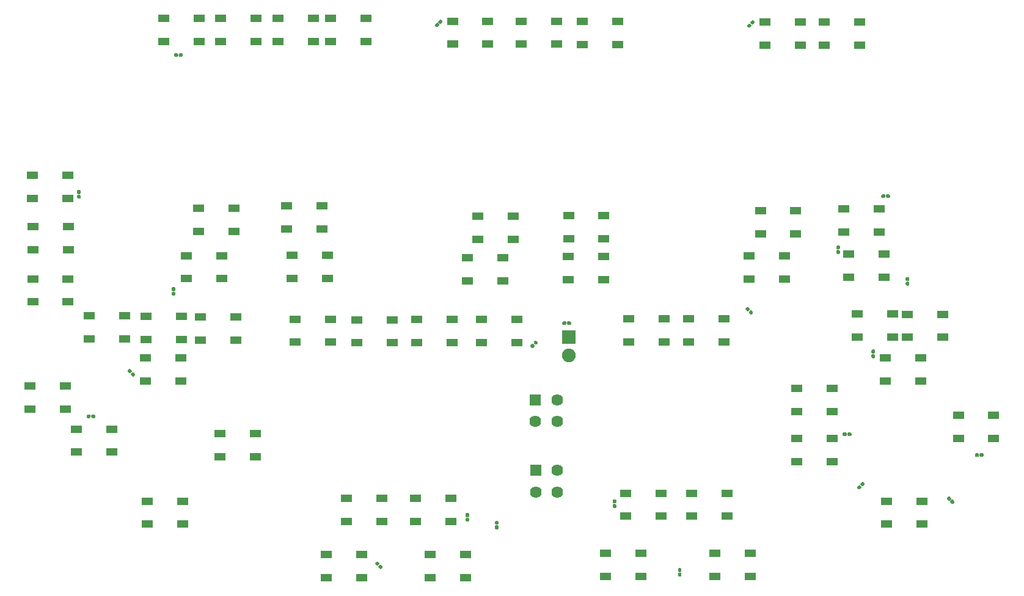
<source format=gbr>
%TF.GenerationSoftware,KiCad,Pcbnew,(5.1.6)-1*%
%TF.CreationDate,2020-11-25T10:01:43+11:00*%
%TF.ProjectId,INTR LT Panel PCB V1,494e5452-204c-4542-9050-616e656c2050,rev?*%
%TF.SameCoordinates,Original*%
%TF.FileFunction,Soldermask,Top*%
%TF.FilePolarity,Negative*%
%FSLAX46Y46*%
G04 Gerber Fmt 4.6, Leading zero omitted, Abs format (unit mm)*
G04 Created by KiCad (PCBNEW (5.1.6)-1) date 2020-11-25 10:01:43*
%MOMM*%
%LPD*%
G01*
G04 APERTURE LIST*
%ADD10R,1.600000X1.100000*%
%ADD11C,1.620000*%
%ADD12R,1.620000X1.620000*%
%ADD13C,1.900000*%
%ADD14R,1.900000X1.900000*%
G04 APERTURE END LIST*
%TO.C,C23*%
G36*
G01*
X163472400Y-85700200D02*
X163222400Y-85700200D01*
G75*
G02*
X163097400Y-85575200I0J125000D01*
G01*
X163097400Y-85265200D01*
G75*
G02*
X163222400Y-85140200I125000J0D01*
G01*
X163472400Y-85140200D01*
G75*
G02*
X163597400Y-85265200I0J-125000D01*
G01*
X163597400Y-85575200D01*
G75*
G02*
X163472400Y-85700200I-125000J0D01*
G01*
G37*
G36*
G01*
X163472400Y-86340200D02*
X163222400Y-86340200D01*
G75*
G02*
X163097400Y-86215200I0J125000D01*
G01*
X163097400Y-85905200D01*
G75*
G02*
X163222400Y-85780200I125000J0D01*
G01*
X163472400Y-85780200D01*
G75*
G02*
X163597400Y-85905200I0J-125000D01*
G01*
X163597400Y-86215200D01*
G75*
G02*
X163472400Y-86340200I-125000J0D01*
G01*
G37*
%TD*%
%TO.C,C22*%
G36*
G01*
X160339400Y-74064400D02*
X160339400Y-73814400D01*
G75*
G02*
X160464400Y-73689400I125000J0D01*
G01*
X160774400Y-73689400D01*
G75*
G02*
X160899400Y-73814400I0J-125000D01*
G01*
X160899400Y-74064400D01*
G75*
G02*
X160774400Y-74189400I-125000J0D01*
G01*
X160464400Y-74189400D01*
G75*
G02*
X160339400Y-74064400I0J125000D01*
G01*
G37*
G36*
G01*
X159699400Y-74064400D02*
X159699400Y-73814400D01*
G75*
G02*
X159824400Y-73689400I125000J0D01*
G01*
X160134400Y-73689400D01*
G75*
G02*
X160259400Y-73814400I0J-125000D01*
G01*
X160259400Y-74064400D01*
G75*
G02*
X160134400Y-74189400I-125000J0D01*
G01*
X159824400Y-74189400D01*
G75*
G02*
X159699400Y-74064400I0J125000D01*
G01*
G37*
%TD*%
%TO.C,C21*%
G36*
G01*
X158722600Y-95758600D02*
X158472600Y-95758600D01*
G75*
G02*
X158347600Y-95633600I0J125000D01*
G01*
X158347600Y-95323600D01*
G75*
G02*
X158472600Y-95198600I125000J0D01*
G01*
X158722600Y-95198600D01*
G75*
G02*
X158847600Y-95323600I0J-125000D01*
G01*
X158847600Y-95633600D01*
G75*
G02*
X158722600Y-95758600I-125000J0D01*
G01*
G37*
G36*
G01*
X158722600Y-96398600D02*
X158472600Y-96398600D01*
G75*
G02*
X158347600Y-96273600I0J125000D01*
G01*
X158347600Y-95963600D01*
G75*
G02*
X158472600Y-95838600I125000J0D01*
G01*
X158722600Y-95838600D01*
G75*
G02*
X158847600Y-95963600I0J-125000D01*
G01*
X158847600Y-96273600D01*
G75*
G02*
X158722600Y-96398600I-125000J0D01*
G01*
G37*
%TD*%
%TO.C,C20*%
G36*
G01*
X173318800Y-109954600D02*
X173318800Y-109704600D01*
G75*
G02*
X173443800Y-109579600I125000J0D01*
G01*
X173753800Y-109579600D01*
G75*
G02*
X173878800Y-109704600I0J-125000D01*
G01*
X173878800Y-109954600D01*
G75*
G02*
X173753800Y-110079600I-125000J0D01*
G01*
X173443800Y-110079600D01*
G75*
G02*
X173318800Y-109954600I0J125000D01*
G01*
G37*
G36*
G01*
X172678800Y-109954600D02*
X172678800Y-109704600D01*
G75*
G02*
X172803800Y-109579600I125000J0D01*
G01*
X173113800Y-109579600D01*
G75*
G02*
X173238800Y-109704600I0J-125000D01*
G01*
X173238800Y-109954600D01*
G75*
G02*
X173113800Y-110079600I-125000J0D01*
G01*
X172803800Y-110079600D01*
G75*
G02*
X172678800Y-109954600I0J125000D01*
G01*
G37*
%TD*%
%TO.C,C19*%
G36*
G01*
X154925400Y-106809000D02*
X154925400Y-107059000D01*
G75*
G02*
X154800400Y-107184000I-125000J0D01*
G01*
X154490400Y-107184000D01*
G75*
G02*
X154365400Y-107059000I0J125000D01*
G01*
X154365400Y-106809000D01*
G75*
G02*
X154490400Y-106684000I125000J0D01*
G01*
X154800400Y-106684000D01*
G75*
G02*
X154925400Y-106809000I0J-125000D01*
G01*
G37*
G36*
G01*
X155565400Y-106809000D02*
X155565400Y-107059000D01*
G75*
G02*
X155440400Y-107184000I-125000J0D01*
G01*
X155130400Y-107184000D01*
G75*
G02*
X155005400Y-107059000I0J125000D01*
G01*
X155005400Y-106809000D01*
G75*
G02*
X155130400Y-106684000I125000J0D01*
G01*
X155440400Y-106684000D01*
G75*
G02*
X155565400Y-106809000I0J-125000D01*
G01*
G37*
%TD*%
%TO.C,C18*%
G36*
G01*
X156776802Y-114013622D02*
X156953578Y-114190399D01*
G75*
G02*
X156953578Y-114367175I-88388J-88388D01*
G01*
X156734375Y-114586378D01*
G75*
G02*
X156557599Y-114586378I-88388J88388D01*
G01*
X156380822Y-114409601D01*
G75*
G02*
X156380822Y-114232825I88388J88388D01*
G01*
X156600025Y-114013622D01*
G75*
G02*
X156776801Y-114013622I88388J-88388D01*
G01*
G37*
G36*
G01*
X157229350Y-113561074D02*
X157406126Y-113737851D01*
G75*
G02*
X157406126Y-113914627I-88388J-88388D01*
G01*
X157186923Y-114133830D01*
G75*
G02*
X157010147Y-114133830I-88388J88388D01*
G01*
X156833370Y-113957053D01*
G75*
G02*
X156833370Y-113780277I88388J88388D01*
G01*
X157052573Y-113561074D01*
G75*
G02*
X157229349Y-113561074I88388J-88388D01*
G01*
G37*
%TD*%
%TO.C,C17*%
G36*
G01*
X169256296Y-116194672D02*
X169433073Y-116017896D01*
G75*
G02*
X169609849Y-116017896I88388J-88388D01*
G01*
X169829052Y-116237099D01*
G75*
G02*
X169829052Y-116413875I-88388J-88388D01*
G01*
X169652275Y-116590652D01*
G75*
G02*
X169475499Y-116590652I-88388J88388D01*
G01*
X169256296Y-116371449D01*
G75*
G02*
X169256296Y-116194673I88388J88388D01*
G01*
G37*
G36*
G01*
X168803748Y-115742124D02*
X168980525Y-115565348D01*
G75*
G02*
X169157301Y-115565348I88388J-88388D01*
G01*
X169376504Y-115784551D01*
G75*
G02*
X169376504Y-115961327I-88388J-88388D01*
G01*
X169199727Y-116138104D01*
G75*
G02*
X169022951Y-116138104I-88388J88388D01*
G01*
X168803748Y-115918901D01*
G75*
G02*
X168803748Y-115742125I88388J88388D01*
G01*
G37*
%TD*%
%TO.C,C16*%
G36*
G01*
X106551000Y-119482200D02*
X106301000Y-119482200D01*
G75*
G02*
X106176000Y-119357200I0J125000D01*
G01*
X106176000Y-119047200D01*
G75*
G02*
X106301000Y-118922200I125000J0D01*
G01*
X106551000Y-118922200D01*
G75*
G02*
X106676000Y-119047200I0J-125000D01*
G01*
X106676000Y-119357200D01*
G75*
G02*
X106551000Y-119482200I-125000J0D01*
G01*
G37*
G36*
G01*
X106551000Y-120122200D02*
X106301000Y-120122200D01*
G75*
G02*
X106176000Y-119997200I0J125000D01*
G01*
X106176000Y-119687200D01*
G75*
G02*
X106301000Y-119562200I125000J0D01*
G01*
X106551000Y-119562200D01*
G75*
G02*
X106676000Y-119687200I0J-125000D01*
G01*
X106676000Y-119997200D01*
G75*
G02*
X106551000Y-120122200I-125000J0D01*
G01*
G37*
%TD*%
%TO.C,C15*%
G36*
G01*
X131650200Y-126125600D02*
X131900200Y-126125600D01*
G75*
G02*
X132025200Y-126250600I0J-125000D01*
G01*
X132025200Y-126560600D01*
G75*
G02*
X131900200Y-126685600I-125000J0D01*
G01*
X131650200Y-126685600D01*
G75*
G02*
X131525200Y-126560600I0J125000D01*
G01*
X131525200Y-126250600D01*
G75*
G02*
X131650200Y-126125600I125000J0D01*
G01*
G37*
G36*
G01*
X131650200Y-125485600D02*
X131900200Y-125485600D01*
G75*
G02*
X132025200Y-125610600I0J-125000D01*
G01*
X132025200Y-125920600D01*
G75*
G02*
X131900200Y-126045600I-125000J0D01*
G01*
X131650200Y-126045600D01*
G75*
G02*
X131525200Y-125920600I0J125000D01*
G01*
X131525200Y-125610600D01*
G75*
G02*
X131650200Y-125485600I125000J0D01*
G01*
G37*
%TD*%
%TO.C,C14*%
G36*
G01*
X122607800Y-116600600D02*
X122857800Y-116600600D01*
G75*
G02*
X122982800Y-116725600I0J-125000D01*
G01*
X122982800Y-117035600D01*
G75*
G02*
X122857800Y-117160600I-125000J0D01*
G01*
X122607800Y-117160600D01*
G75*
G02*
X122482800Y-117035600I0J125000D01*
G01*
X122482800Y-116725600D01*
G75*
G02*
X122607800Y-116600600I125000J0D01*
G01*
G37*
G36*
G01*
X122607800Y-115960600D02*
X122857800Y-115960600D01*
G75*
G02*
X122982800Y-116085600I0J-125000D01*
G01*
X122982800Y-116395600D01*
G75*
G02*
X122857800Y-116520600I-125000J0D01*
G01*
X122607800Y-116520600D01*
G75*
G02*
X122482800Y-116395600I0J125000D01*
G01*
X122482800Y-116085600D01*
G75*
G02*
X122607800Y-115960600I125000J0D01*
G01*
G37*
%TD*%
%TO.C,C13*%
G36*
G01*
X90008296Y-125211672D02*
X90185073Y-125034896D01*
G75*
G02*
X90361849Y-125034896I88388J-88388D01*
G01*
X90581052Y-125254099D01*
G75*
G02*
X90581052Y-125430875I-88388J-88388D01*
G01*
X90404275Y-125607652D01*
G75*
G02*
X90227499Y-125607652I-88388J88388D01*
G01*
X90008296Y-125388449D01*
G75*
G02*
X90008296Y-125211673I88388J88388D01*
G01*
G37*
G36*
G01*
X89555748Y-124759124D02*
X89732525Y-124582348D01*
G75*
G02*
X89909301Y-124582348I88388J-88388D01*
G01*
X90128504Y-124801551D01*
G75*
G02*
X90128504Y-124978327I-88388J-88388D01*
G01*
X89951727Y-125155104D01*
G75*
G02*
X89774951Y-125155104I-88388J88388D01*
G01*
X89555748Y-124935901D01*
G75*
G02*
X89555748Y-124759125I88388J88388D01*
G01*
G37*
%TD*%
%TO.C,C12*%
G36*
G01*
X102237000Y-118505600D02*
X102487000Y-118505600D01*
G75*
G02*
X102612000Y-118630600I0J-125000D01*
G01*
X102612000Y-118940600D01*
G75*
G02*
X102487000Y-119065600I-125000J0D01*
G01*
X102237000Y-119065600D01*
G75*
G02*
X102112000Y-118940600I0J125000D01*
G01*
X102112000Y-118630600D01*
G75*
G02*
X102237000Y-118505600I125000J0D01*
G01*
G37*
G36*
G01*
X102237000Y-117865600D02*
X102487000Y-117865600D01*
G75*
G02*
X102612000Y-117990600I0J-125000D01*
G01*
X102612000Y-118300600D01*
G75*
G02*
X102487000Y-118425600I-125000J0D01*
G01*
X102237000Y-118425600D01*
G75*
G02*
X102112000Y-118300600I0J125000D01*
G01*
X102112000Y-117990600D01*
G75*
G02*
X102237000Y-117865600I125000J0D01*
G01*
G37*
%TD*%
%TO.C,C11*%
G36*
G01*
X48389000Y-73725400D02*
X48639000Y-73725400D01*
G75*
G02*
X48764000Y-73850400I0J-125000D01*
G01*
X48764000Y-74160400D01*
G75*
G02*
X48639000Y-74285400I-125000J0D01*
G01*
X48389000Y-74285400D01*
G75*
G02*
X48264000Y-74160400I0J125000D01*
G01*
X48264000Y-73850400D01*
G75*
G02*
X48389000Y-73725400I125000J0D01*
G01*
G37*
G36*
G01*
X48389000Y-73085400D02*
X48639000Y-73085400D01*
G75*
G02*
X48764000Y-73210400I0J-125000D01*
G01*
X48764000Y-73520400D01*
G75*
G02*
X48639000Y-73645400I-125000J0D01*
G01*
X48389000Y-73645400D01*
G75*
G02*
X48264000Y-73520400I0J125000D01*
G01*
X48264000Y-73210400D01*
G75*
G02*
X48389000Y-73085400I125000J0D01*
G01*
G37*
%TD*%
%TO.C,C10*%
G36*
G01*
X50230400Y-104569800D02*
X50230400Y-104319800D01*
G75*
G02*
X50355400Y-104194800I125000J0D01*
G01*
X50665400Y-104194800D01*
G75*
G02*
X50790400Y-104319800I0J-125000D01*
G01*
X50790400Y-104569800D01*
G75*
G02*
X50665400Y-104694800I-125000J0D01*
G01*
X50355400Y-104694800D01*
G75*
G02*
X50230400Y-104569800I0J125000D01*
G01*
G37*
G36*
G01*
X49590400Y-104569800D02*
X49590400Y-104319800D01*
G75*
G02*
X49715400Y-104194800I125000J0D01*
G01*
X50025400Y-104194800D01*
G75*
G02*
X50150400Y-104319800I0J-125000D01*
G01*
X50150400Y-104569800D01*
G75*
G02*
X50025400Y-104694800I-125000J0D01*
G01*
X49715400Y-104694800D01*
G75*
G02*
X49590400Y-104569800I0J125000D01*
G01*
G37*
%TD*%
%TO.C,C9*%
G36*
G01*
X61745400Y-87097200D02*
X61495400Y-87097200D01*
G75*
G02*
X61370400Y-86972200I0J125000D01*
G01*
X61370400Y-86662200D01*
G75*
G02*
X61495400Y-86537200I125000J0D01*
G01*
X61745400Y-86537200D01*
G75*
G02*
X61870400Y-86662200I0J-125000D01*
G01*
X61870400Y-86972200D01*
G75*
G02*
X61745400Y-87097200I-125000J0D01*
G01*
G37*
G36*
G01*
X61745400Y-87737200D02*
X61495400Y-87737200D01*
G75*
G02*
X61370400Y-87612200I0J125000D01*
G01*
X61370400Y-87302200D01*
G75*
G02*
X61495400Y-87177200I125000J0D01*
G01*
X61745400Y-87177200D01*
G75*
G02*
X61870400Y-87302200I0J-125000D01*
G01*
X61870400Y-87612200D01*
G75*
G02*
X61745400Y-87737200I-125000J0D01*
G01*
G37*
%TD*%
%TO.C,C8*%
G36*
G01*
X111490928Y-94402496D02*
X111667704Y-94579273D01*
G75*
G02*
X111667704Y-94756049I-88388J-88388D01*
G01*
X111448501Y-94975252D01*
G75*
G02*
X111271725Y-94975252I-88388J88388D01*
G01*
X111094948Y-94798475D01*
G75*
G02*
X111094948Y-94621699I88388J88388D01*
G01*
X111314151Y-94402496D01*
G75*
G02*
X111490927Y-94402496I88388J-88388D01*
G01*
G37*
G36*
G01*
X111943476Y-93949948D02*
X112120252Y-94126725D01*
G75*
G02*
X112120252Y-94303501I-88388J-88388D01*
G01*
X111901049Y-94522704D01*
G75*
G02*
X111724273Y-94522704I-88388J88388D01*
G01*
X111547496Y-94345927D01*
G75*
G02*
X111547496Y-94169151I88388J88388D01*
G01*
X111766699Y-93949948D01*
G75*
G02*
X111943475Y-93949948I88388J-88388D01*
G01*
G37*
%TD*%
%TO.C,C7*%
G36*
G01*
X55281100Y-98079076D02*
X55457877Y-97902300D01*
G75*
G02*
X55634653Y-97902300I88388J-88388D01*
G01*
X55853856Y-98121503D01*
G75*
G02*
X55853856Y-98298279I-88388J-88388D01*
G01*
X55677079Y-98475056D01*
G75*
G02*
X55500303Y-98475056I-88388J88388D01*
G01*
X55281100Y-98255853D01*
G75*
G02*
X55281100Y-98079077I88388J88388D01*
G01*
G37*
G36*
G01*
X55733648Y-98531624D02*
X55910425Y-98354848D01*
G75*
G02*
X56087201Y-98354848I88388J-88388D01*
G01*
X56306404Y-98574051D01*
G75*
G02*
X56306404Y-98750827I-88388J-88388D01*
G01*
X56129627Y-98927604D01*
G75*
G02*
X55952851Y-98927604I-88388J88388D01*
G01*
X55733648Y-98708401D01*
G75*
G02*
X55733648Y-98531625I88388J88388D01*
G01*
G37*
%TD*%
%TO.C,C6*%
G36*
G01*
X141341696Y-89931072D02*
X141518473Y-89754296D01*
G75*
G02*
X141695249Y-89754296I88388J-88388D01*
G01*
X141914452Y-89973499D01*
G75*
G02*
X141914452Y-90150275I-88388J-88388D01*
G01*
X141737675Y-90327052D01*
G75*
G02*
X141560899Y-90327052I-88388J88388D01*
G01*
X141341696Y-90107849D01*
G75*
G02*
X141341696Y-89931073I88388J88388D01*
G01*
G37*
G36*
G01*
X140889148Y-89478524D02*
X141065925Y-89301748D01*
G75*
G02*
X141242701Y-89301748I88388J-88388D01*
G01*
X141461904Y-89520951D01*
G75*
G02*
X141461904Y-89697727I-88388J-88388D01*
G01*
X141285127Y-89874504D01*
G75*
G02*
X141108351Y-89874504I-88388J88388D01*
G01*
X140889148Y-89655301D01*
G75*
G02*
X140889148Y-89478525I88388J88388D01*
G01*
G37*
%TD*%
%TO.C,C5*%
G36*
G01*
X153845800Y-81306000D02*
X153595800Y-81306000D01*
G75*
G02*
X153470800Y-81181000I0J125000D01*
G01*
X153470800Y-80871000D01*
G75*
G02*
X153595800Y-80746000I125000J0D01*
G01*
X153845800Y-80746000D01*
G75*
G02*
X153970800Y-80871000I0J-125000D01*
G01*
X153970800Y-81181000D01*
G75*
G02*
X153845800Y-81306000I-125000J0D01*
G01*
G37*
G36*
G01*
X153845800Y-81946000D02*
X153595800Y-81946000D01*
G75*
G02*
X153470800Y-81821000I0J125000D01*
G01*
X153470800Y-81511000D01*
G75*
G02*
X153595800Y-81386000I125000J0D01*
G01*
X153845800Y-81386000D01*
G75*
G02*
X153970800Y-81511000I0J-125000D01*
G01*
X153970800Y-81821000D01*
G75*
G02*
X153845800Y-81946000I-125000J0D01*
G01*
G37*
%TD*%
%TO.C,C4*%
G36*
G01*
X141513728Y-50003296D02*
X141690504Y-50180073D01*
G75*
G02*
X141690504Y-50356849I-88388J-88388D01*
G01*
X141471301Y-50576052D01*
G75*
G02*
X141294525Y-50576052I-88388J88388D01*
G01*
X141117748Y-50399275D01*
G75*
G02*
X141117748Y-50222499I88388J88388D01*
G01*
X141336951Y-50003296D01*
G75*
G02*
X141513727Y-50003296I88388J-88388D01*
G01*
G37*
G36*
G01*
X141966276Y-49550748D02*
X142143052Y-49727525D01*
G75*
G02*
X142143052Y-49904301I-88388J-88388D01*
G01*
X141923849Y-50123504D01*
G75*
G02*
X141747073Y-50123504I-88388J88388D01*
G01*
X141570296Y-49946727D01*
G75*
G02*
X141570296Y-49769951I88388J88388D01*
G01*
X141789499Y-49550748D01*
G75*
G02*
X141966275Y-49550748I88388J-88388D01*
G01*
G37*
%TD*%
%TO.C,C3*%
G36*
G01*
X98259854Y-49899370D02*
X98436630Y-50076147D01*
G75*
G02*
X98436630Y-50252923I-88388J-88388D01*
G01*
X98217427Y-50472126D01*
G75*
G02*
X98040651Y-50472126I-88388J88388D01*
G01*
X97863874Y-50295349D01*
G75*
G02*
X97863874Y-50118573I88388J88388D01*
G01*
X98083077Y-49899370D01*
G75*
G02*
X98259853Y-49899370I88388J-88388D01*
G01*
G37*
G36*
G01*
X98712402Y-49446822D02*
X98889178Y-49623599D01*
G75*
G02*
X98889178Y-49800375I-88388J-88388D01*
G01*
X98669975Y-50019578D01*
G75*
G02*
X98493199Y-50019578I-88388J88388D01*
G01*
X98316422Y-49842801D01*
G75*
G02*
X98316422Y-49666025I88388J88388D01*
G01*
X98535625Y-49446822D01*
G75*
G02*
X98712401Y-49446822I88388J-88388D01*
G01*
G37*
%TD*%
%TO.C,C2*%
G36*
G01*
X62346200Y-54506400D02*
X62346200Y-54256400D01*
G75*
G02*
X62471200Y-54131400I125000J0D01*
G01*
X62781200Y-54131400D01*
G75*
G02*
X62906200Y-54256400I0J-125000D01*
G01*
X62906200Y-54506400D01*
G75*
G02*
X62781200Y-54631400I-125000J0D01*
G01*
X62471200Y-54631400D01*
G75*
G02*
X62346200Y-54506400I0J125000D01*
G01*
G37*
G36*
G01*
X61706200Y-54506400D02*
X61706200Y-54256400D01*
G75*
G02*
X61831200Y-54131400I125000J0D01*
G01*
X62141200Y-54131400D01*
G75*
G02*
X62266200Y-54256400I0J-125000D01*
G01*
X62266200Y-54506400D01*
G75*
G02*
X62141200Y-54631400I-125000J0D01*
G01*
X61831200Y-54631400D01*
G75*
G02*
X61706200Y-54506400I0J125000D01*
G01*
G37*
%TD*%
D10*
%TO.C,D54*%
X57990400Y-116205000D03*
X57990400Y-119405000D03*
X62890400Y-116205000D03*
X62890400Y-119405000D03*
%TD*%
%TO.C,D53*%
X48133000Y-106223000D03*
X48133000Y-109423000D03*
X53033000Y-106223000D03*
X53033000Y-109423000D03*
%TD*%
%TO.C,D52*%
X57711000Y-96367600D03*
X57711000Y-99567600D03*
X62611000Y-96367600D03*
X62611000Y-99567600D03*
%TD*%
%TO.C,D51*%
X68035000Y-106833000D03*
X68035000Y-110033000D03*
X72935000Y-106833000D03*
X72935000Y-110033000D03*
%TD*%
%TO.C,D50*%
X82831600Y-123622000D03*
X82831600Y-126822000D03*
X87731600Y-123622000D03*
X87731600Y-126822000D03*
%TD*%
%TO.C,D49*%
X85574800Y-115849000D03*
X85574800Y-119049000D03*
X90474800Y-115849000D03*
X90474800Y-119049000D03*
%TD*%
%TO.C,D48*%
X95150600Y-115799000D03*
X95150600Y-118999000D03*
X100050600Y-115799000D03*
X100050600Y-118999000D03*
%TD*%
%TO.C,D47*%
X97208000Y-123647000D03*
X97208000Y-126847000D03*
X102108000Y-123647000D03*
X102108000Y-126847000D03*
%TD*%
%TO.C,D46*%
X121490000Y-123469000D03*
X121490000Y-126669000D03*
X126390000Y-123469000D03*
X126390000Y-126669000D03*
%TD*%
%TO.C,D45*%
X124310000Y-115113000D03*
X124310000Y-118313000D03*
X129210000Y-115113000D03*
X129210000Y-118313000D03*
%TD*%
%TO.C,D44*%
X133415000Y-115113000D03*
X133415000Y-118313000D03*
X138315000Y-115113000D03*
X138315000Y-118313000D03*
%TD*%
%TO.C,D43*%
X136629000Y-123444000D03*
X136629000Y-126644000D03*
X141529000Y-123444000D03*
X141529000Y-126644000D03*
%TD*%
%TO.C,D42*%
X148008000Y-100610000D03*
X148008000Y-103810000D03*
X152908000Y-100610000D03*
X152908000Y-103810000D03*
%TD*%
%TO.C,D41*%
X147983000Y-107519000D03*
X147983000Y-110719000D03*
X152883000Y-107519000D03*
X152883000Y-110719000D03*
%TD*%
%TO.C,D40*%
X160466000Y-116205000D03*
X160466000Y-119405000D03*
X165366000Y-116205000D03*
X165366000Y-119405000D03*
%TD*%
%TO.C,D39*%
X170385000Y-104318000D03*
X170385000Y-107518000D03*
X175285000Y-104318000D03*
X175285000Y-107518000D03*
%TD*%
%TO.C,D38*%
X160276000Y-96367600D03*
X160276000Y-99567600D03*
X165176000Y-96367600D03*
X165176000Y-99567600D03*
%TD*%
%TO.C,R1*%
G36*
G01*
X116074000Y-91416600D02*
X116074000Y-91666600D01*
G75*
G02*
X115949000Y-91791600I-125000J0D01*
G01*
X115639000Y-91791600D01*
G75*
G02*
X115514000Y-91666600I0J125000D01*
G01*
X115514000Y-91416600D01*
G75*
G02*
X115639000Y-91291600I125000J0D01*
G01*
X115949000Y-91291600D01*
G75*
G02*
X116074000Y-91416600I0J-125000D01*
G01*
G37*
G36*
G01*
X116714000Y-91416600D02*
X116714000Y-91666600D01*
G75*
G02*
X116589000Y-91791600I-125000J0D01*
G01*
X116279000Y-91791600D01*
G75*
G02*
X116154000Y-91666600I0J125000D01*
G01*
X116154000Y-91416600D01*
G75*
G02*
X116279000Y-91291600I125000J0D01*
G01*
X116589000Y-91291600D01*
G75*
G02*
X116714000Y-91416600I0J-125000D01*
G01*
G37*
%TD*%
D11*
%TO.C,J2*%
X114807999Y-114937999D03*
X114807999Y-111938000D03*
X111808000Y-114937999D03*
D12*
X111808000Y-111938000D03*
%TD*%
D11*
%TO.C,J1*%
X114782999Y-105158999D03*
X114782999Y-102159000D03*
X111783000Y-105158999D03*
D12*
X111783000Y-102159000D03*
%TD*%
D10*
%TO.C,D37*%
X163299000Y-90297400D03*
X163299000Y-93497400D03*
X168199000Y-90297400D03*
X168199000Y-93497400D03*
%TD*%
%TO.C,D36*%
X156339000Y-90246200D03*
X156339000Y-93446200D03*
X161239000Y-90246200D03*
X161239000Y-93446200D03*
%TD*%
%TO.C,D35*%
X155171000Y-81965800D03*
X155171000Y-85165800D03*
X160071000Y-81965800D03*
X160071000Y-85165800D03*
%TD*%
%TO.C,D34*%
X154522000Y-75717600D03*
X154522000Y-78917600D03*
X159422000Y-75717600D03*
X159422000Y-78917600D03*
%TD*%
%TO.C,D33*%
X142953000Y-75971400D03*
X142953000Y-79171400D03*
X147853000Y-75971400D03*
X147853000Y-79171400D03*
%TD*%
%TO.C,D32*%
X141351000Y-82245200D03*
X141351000Y-85445200D03*
X146251000Y-82245200D03*
X146251000Y-85445200D03*
%TD*%
%TO.C,D31*%
X132971000Y-90957400D03*
X132971000Y-94157400D03*
X137871000Y-90957400D03*
X137871000Y-94157400D03*
%TD*%
%TO.C,D30*%
X124702000Y-90906800D03*
X124702000Y-94106800D03*
X129602000Y-90906800D03*
X129602000Y-94106800D03*
%TD*%
%TO.C,D29*%
X116360000Y-82271000D03*
X116360000Y-85471000D03*
X121260000Y-82271000D03*
X121260000Y-85471000D03*
%TD*%
%TO.C,D28*%
X116371000Y-76606600D03*
X116371000Y-79806600D03*
X121271000Y-76606600D03*
X121271000Y-79806600D03*
%TD*%
%TO.C,D27*%
X103761000Y-76708000D03*
X103761000Y-79908000D03*
X108661000Y-76708000D03*
X108661000Y-79908000D03*
%TD*%
%TO.C,D26*%
X102362000Y-82499200D03*
X102362000Y-85699200D03*
X107262000Y-82499200D03*
X107262000Y-85699200D03*
%TD*%
%TO.C,D25*%
X104281000Y-91033800D03*
X104281000Y-94233800D03*
X109181000Y-91033800D03*
X109181000Y-94233800D03*
%TD*%
%TO.C,D24*%
X95340000Y-91033800D03*
X95340000Y-94233800D03*
X100240000Y-91033800D03*
X100240000Y-94233800D03*
%TD*%
%TO.C,D23*%
X86997200Y-91059000D03*
X86997200Y-94259000D03*
X91897200Y-91059000D03*
X91897200Y-94259000D03*
%TD*%
%TO.C,D22*%
X78499800Y-90983000D03*
X78499800Y-94183000D03*
X83399800Y-90983000D03*
X83399800Y-94183000D03*
%TD*%
%TO.C,D21*%
X78042600Y-82118400D03*
X78042600Y-85318400D03*
X82942600Y-82118400D03*
X82942600Y-85318400D03*
%TD*%
%TO.C,D20*%
X77292200Y-75260200D03*
X77292200Y-78460200D03*
X82192200Y-75260200D03*
X82192200Y-78460200D03*
%TD*%
%TO.C,D19*%
X65088600Y-75616000D03*
X65088600Y-78816000D03*
X69988600Y-75616000D03*
X69988600Y-78816000D03*
%TD*%
%TO.C,D18*%
X63423800Y-82169000D03*
X63423800Y-85369000D03*
X68323800Y-82169000D03*
X68323800Y-85369000D03*
%TD*%
%TO.C,D17*%
X65331000Y-90652600D03*
X65331000Y-93852600D03*
X70231000Y-90652600D03*
X70231000Y-93852600D03*
%TD*%
%TO.C,D16*%
X57785000Y-90576400D03*
X57785000Y-93776400D03*
X62685000Y-90576400D03*
X62685000Y-93776400D03*
%TD*%
%TO.C,D15*%
X49936400Y-90525600D03*
X49936400Y-93725600D03*
X54836400Y-90525600D03*
X54836400Y-93725600D03*
%TD*%
%TO.C,D14*%
X41759800Y-100254000D03*
X41759800Y-103454000D03*
X46659800Y-100254000D03*
X46659800Y-103454000D03*
%TD*%
%TO.C,D13*%
X42115400Y-85394800D03*
X42115400Y-88594800D03*
X47015400Y-85394800D03*
X47015400Y-88594800D03*
%TD*%
%TO.C,D12*%
X42127000Y-78181400D03*
X42127000Y-81381400D03*
X47027000Y-78181400D03*
X47027000Y-81381400D03*
%TD*%
%TO.C,D11*%
X42064600Y-71018400D03*
X42064600Y-74218400D03*
X46964600Y-71018400D03*
X46964600Y-74218400D03*
%TD*%
%TO.C,D10*%
X60299600Y-49301400D03*
X60299600Y-52501400D03*
X65199600Y-49301400D03*
X65199600Y-52501400D03*
%TD*%
%TO.C,D9*%
X68122800Y-49276000D03*
X68122800Y-52476000D03*
X73022800Y-49276000D03*
X73022800Y-52476000D03*
%TD*%
%TO.C,D8*%
X76126000Y-49301800D03*
X76126000Y-52501800D03*
X81026000Y-49301800D03*
X81026000Y-52501800D03*
%TD*%
%TO.C,D7*%
X83390400Y-49250600D03*
X83390400Y-52450600D03*
X88290400Y-49250600D03*
X88290400Y-52450600D03*
%TD*%
%TO.C,D6*%
X100279000Y-49657000D03*
X100279000Y-52857000D03*
X105179000Y-49657000D03*
X105179000Y-52857000D03*
%TD*%
%TO.C,D5*%
X109781000Y-49657000D03*
X109781000Y-52857000D03*
X114681000Y-49657000D03*
X114681000Y-52857000D03*
%TD*%
%TO.C,D4*%
X118237000Y-49682800D03*
X118237000Y-52882800D03*
X123137000Y-49682800D03*
X123137000Y-52882800D03*
%TD*%
%TO.C,D3*%
X143600000Y-49809600D03*
X143600000Y-53009600D03*
X148500000Y-49809600D03*
X148500000Y-53009600D03*
%TD*%
%TO.C,D2*%
X151830000Y-49758800D03*
X151830000Y-52958800D03*
X156730000Y-49758800D03*
X156730000Y-52958800D03*
%TD*%
D13*
%TO.C,D1*%
X116434000Y-96037400D03*
D14*
X116434000Y-93497400D03*
%TD*%
M02*

</source>
